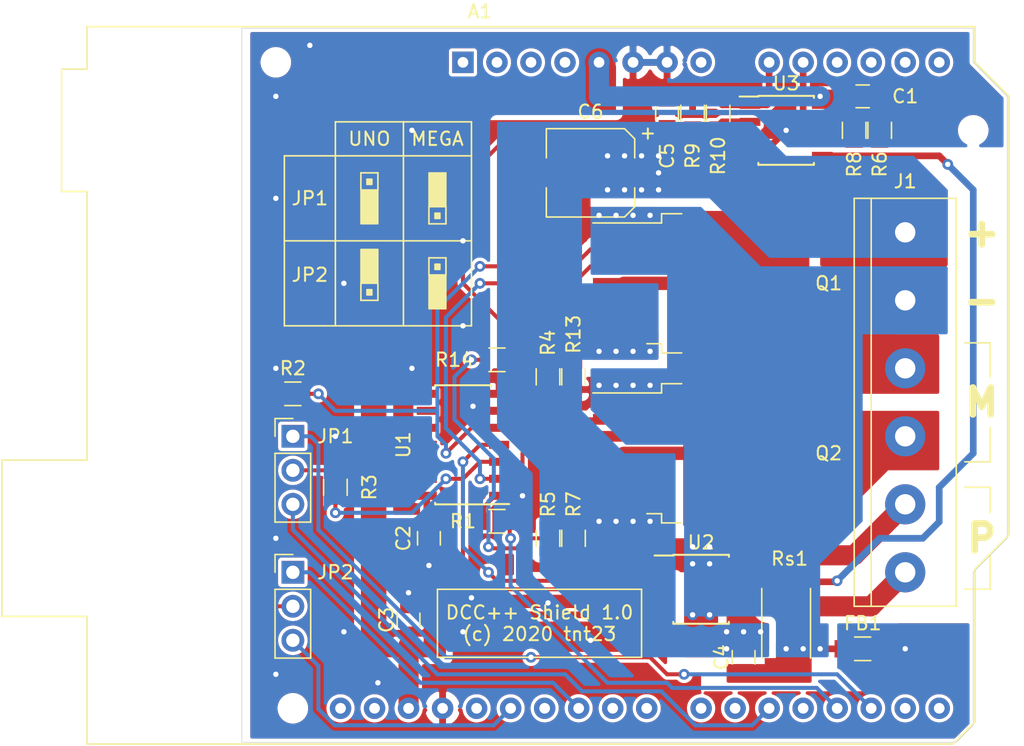
<source format=kicad_pcb>
(kicad_pcb (version 20171130) (host pcbnew "(5.1.5)-2")
  (layers (0 F.Cu signal) (31 B.Cu signal) (34 B.Paste user) (35 F.Paste user) (36 B.SilkS user) (37 F.SilkS user) (38 B.Mask user) (39 F.Mask user) (44 Edge.Cuts user))
  (net 0 "")
  (net 1 "Net-(A1-Pad16)")
  (net 2 "Net-(A1-Pad15)")
  (net 3 "Net-(A1-Pad14)")
  (net 4 "Net-(A1-Pad13)")
  (net 5 "Net-(A1-Pad28)")
  (net 6 "Net-(A1-Pad12)")
  (net 7 "Net-(A1-Pad27)")
  (net 8 "Net-(A1-Pad11)")
  (net 9 "Net-(A1-Pad26)")
  (net 10 "Net-(A1-Pad24)")
  (net 11 "Net-(A1-Pad8)")
  (net 12 "Net-(A1-Pad23)")
  (net 13 "Net-(A1-Pad22)")
  (net 14 "Net-(A1-Pad21)")
  (net 15 "Net-(A1-Pad4)")
  (net 16 "Net-(A1-Pad19)")
  (net 17 "Net-(A1-Pad3)")
  (net 18 "Net-(A1-Pad2)")
  (net 19 "Net-(A1-Pad17)")
  (net 20 "Net-(A1-Pad1)")
  (net 21 "Net-(A1-Pad31)")
  (net 22 "Net-(A1-Pad32)")
  (net 23 "Net-(Q1-Pad3)")
  (net 24 "Net-(Q1-Pad5)")
  (net 25 "Net-(Q2-Pad2)")
  (net 26 "Net-(Q2-Pad5)")
  (net 27 "Net-(Q2-Pad6)")
  (net 28 GND)
  (net 29 MAIN1)
  (net 30 VCC)
  (net 31 MAIN2)
  (net 32 PROG1)
  (net 33 PROG2)
  (net 34 +5V)
  (net 35 "Net-(R1-Pad1)")
  (net 36 /ENABLE_MAIN)
  (net 37 /DCC_SIGNAL_MAIN)
  (net 38 "Net-(R3-Pad1)")
  (net 39 /DCC_SIGNAL_PROG)
  (net 40 "Net-(R6-Pad2)")
  (net 41 "Net-(Rs1-Pad1)")
  (net 42 "Net-(U1-Pad4)")
  (net 43 /A1)
  (net 44 /A0)
  (net 45 "Net-(R10-Pad2)")
  (net 46 "Net-(C5-Pad1)")
  (net 47 "Net-(A1-Pad25)")
  (net 48 "Net-(A1-Pad20)")
  (net 49 "Net-(Q1-Pad2)")
  (module Inductors_SMD:L_0805_HandSoldering (layer F.Cu) (at 182.245 122.555)
    (fp_text reference FB1 (at 0 -1.905) (layer F.SilkS))
    (fp_text value Ferrite_Bead_Small)
    (pad 1 smd rect (at -1.35 0) (size 1.5 1.3) (layers F.Cu F.Paste F.Mask) (net 28 GND))
    (pad 2 smd rect (at 1.35 0) (size 1.5 1.3) (layers F.Cu F.Paste F.Mask) (net 28 GND))
  )
  (module Modules:Arduino_UNO_R3_WithMountingHoles (layer F.Cu) (at 152.4 78.74)
    (fp_text reference A1 (at 1.27 -3.81 180) (layer F.SilkS))
    (fp_text value Arduino_UNO_R3)
    (pad "" np_thru_hole circle (at 38.1 5.08 90) (size 1.78 1.78) (drill 1.78) (layers *.Cu *.Mask))
    (pad "" np_thru_hole circle (at 38.1 33.02 90) (size 1.78 1.78) (drill 1.78) (layers *.Cu *.Mask))
    (pad "" np_thru_hole circle (at -12.7 48.26 90) (size 1.78 1.78) (drill 1.78) (layers *.Cu *.Mask))
    (pad "" np_thru_hole circle (at -13.97 0 90) (size 1.78 1.78) (drill 1.78) (layers *.Cu *.Mask))
    (pad 16 thru_hole oval (at 33.02 48.26 90) (size 1.6 1.6) (drill 0.8) (layers *.Cu *.Mask) (net 1 "Net-(A1-Pad16)"))
    (pad 15 thru_hole oval (at 35.56 48.26 90) (size 1.6 1.6) (drill 0.8) (layers *.Cu *.Mask) (net 2 "Net-(A1-Pad15)"))
    (pad 30 thru_hole oval (at -4.06 48.26 90) (size 1.6 1.6) (drill 0.8) (layers *.Cu *.Mask) (net 34 +5V))
    (pad 14 thru_hole oval (at 35.56 0 90) (size 1.6 1.6) (drill 0.8) (layers *.Cu *.Mask) (net 3 "Net-(A1-Pad14)"))
    (pad 29 thru_hole oval (at -1.52 48.26 90) (size 1.6 1.6) (drill 0.8) (layers *.Cu *.Mask) (net 28 GND))
    (pad 13 thru_hole oval (at 33.02 0 90) (size 1.6 1.6) (drill 0.8) (layers *.Cu *.Mask) (net 4 "Net-(A1-Pad13)"))
    (pad 28 thru_hole oval (at 1.02 48.26 90) (size 1.6 1.6) (drill 0.8) (layers *.Cu *.Mask) (net 5 "Net-(A1-Pad28)"))
    (pad 12 thru_hole oval (at 30.48 0 90) (size 1.6 1.6) (drill 0.8) (layers *.Cu *.Mask) (net 6 "Net-(A1-Pad12)"))
    (pad 27 thru_hole oval (at 3.56 48.26 90) (size 1.6 1.6) (drill 0.8) (layers *.Cu *.Mask) (net 7 "Net-(A1-Pad27)"))
    (pad 11 thru_hole oval (at 27.94 0 90) (size 1.6 1.6) (drill 0.8) (layers *.Cu *.Mask) (net 8 "Net-(A1-Pad11)"))
    (pad 26 thru_hole oval (at 6.1 48.26 90) (size 1.6 1.6) (drill 0.8) (layers *.Cu *.Mask) (net 9 "Net-(A1-Pad26)"))
    (pad 10 thru_hole oval (at 25.4 0 90) (size 1.6 1.6) (drill 0.8) (layers *.Cu *.Mask) (net 43 /A1))
    (pad 25 thru_hole oval (at 8.64 48.26 90) (size 1.6 1.6) (drill 0.8) (layers *.Cu *.Mask) (net 47 "Net-(A1-Pad25)"))
    (pad 9 thru_hole oval (at 22.86 0 90) (size 1.6 1.6) (drill 0.8) (layers *.Cu *.Mask) (net 44 /A0))
    (pad 24 thru_hole oval (at 11.18 48.26 90) (size 1.6 1.6) (drill 0.8) (layers *.Cu *.Mask) (net 10 "Net-(A1-Pad24)"))
    (pad 8 thru_hole oval (at 17.78 0 90) (size 1.6 1.6) (drill 0.8) (layers *.Cu *.Mask) (net 11 "Net-(A1-Pad8)"))
    (pad 23 thru_hole oval (at 13.72 48.26 90) (size 1.6 1.6) (drill 0.8) (layers *.Cu *.Mask) (net 12 "Net-(A1-Pad23)"))
    (pad 7 thru_hole oval (at 15.24 0 90) (size 1.6 1.6) (drill 0.8) (layers *.Cu *.Mask) (net 28 GND))
    (pad 22 thru_hole oval (at 17.78 48.26 90) (size 1.6 1.6) (drill 0.8) (layers *.Cu *.Mask) (net 13 "Net-(A1-Pad22)"))
    (pad 6 thru_hole oval (at 12.7 0 90) (size 1.6 1.6) (drill 0.8) (layers *.Cu *.Mask) (net 28 GND))
    (pad 21 thru_hole oval (at 20.32 48.26 90) (size 1.6 1.6) (drill 0.8) (layers *.Cu *.Mask) (net 14 "Net-(A1-Pad21)"))
    (pad 5 thru_hole oval (at 10.16 0 90) (size 1.6 1.6) (drill 0.8) (layers *.Cu *.Mask) (net 34 +5V))
    (pad 20 thru_hole oval (at 22.86 48.26 90) (size 1.6 1.6) (drill 0.8) (layers *.Cu *.Mask) (net 48 "Net-(A1-Pad20)"))
    (pad 4 thru_hole oval (at 7.62 0 90) (size 1.6 1.6) (drill 0.8) (layers *.Cu *.Mask) (net 15 "Net-(A1-Pad4)"))
    (pad 19 thru_hole oval (at 25.4 48.26 90) (size 1.6 1.6) (drill 0.8) (layers *.Cu *.Mask) (net 16 "Net-(A1-Pad19)"))
    (pad 3 thru_hole oval (at 5.08 0 90) (size 1.6 1.6) (drill 0.8) (layers *.Cu *.Mask) (net 17 "Net-(A1-Pad3)"))
    (pad 18 thru_hole oval (at 27.94 48.26 90) (size 1.6 1.6) (drill 0.8) (layers *.Cu *.Mask) (net 36 /ENABLE_MAIN))
    (pad 2 thru_hole oval (at 2.54 0 90) (size 1.6 1.6) (drill 0.8) (layers *.Cu *.Mask) (net 18 "Net-(A1-Pad2)"))
    (pad 17 thru_hole oval (at 30.48 48.26 90) (size 1.6 1.6) (drill 0.8) (layers *.Cu *.Mask) (net 19 "Net-(A1-Pad17)"))
    (pad 1 thru_hole rect (at 0 0 90) (size 1.6 1.6) (drill 0.8) (layers *.Cu *.Mask) (net 20 "Net-(A1-Pad1)"))
    (pad 31 thru_hole oval (at -6.6 48.26 90) (size 1.6 1.6) (drill 0.8) (layers *.Cu *.Mask) (net 21 "Net-(A1-Pad31)"))
    (pad 32 thru_hole oval (at -9.14 48.26 90) (size 1.6 1.6) (drill 0.8) (layers *.Cu *.Mask) (net 22 "Net-(A1-Pad32)"))
  )
  (module Capacitors_SMD:CP_Elec_6.3x5.3 (layer F.Cu) (at 161.925 86.995 180)
    (fp_text reference C6 (at 0 4.56) (layer F.SilkS))
    (fp_text value "100uF 50V")
    (fp_text user + (at -4.28 3.01) (layer F.SilkS))
    (pad 1 smd rect (at -2.7 0) (size 3.5 1.6) (layers F.Cu F.Paste F.Mask) (net 30 VCC))
    (pad 2 smd rect (at 2.7 0) (size 3.5 1.6) (layers F.Cu F.Paste F.Mask) (net 28 GND))
  )
  (module Resistors_SMD:R_0805 (layer F.Cu) (at 154.94 100.965 180)
    (fp_text reference R14 (at 3.175 0) (layer F.SilkS))
    (fp_text value DNF)
    (pad 1 smd rect (at -0.95 0 180) (size 0.7 1.3) (layers F.Cu F.Paste F.Mask) (net 46 "Net-(C5-Pad1)"))
    (pad 2 smd rect (at 0.95 0 180) (size 0.7 1.3) (layers F.Cu F.Paste F.Mask) (net 27 "Net-(Q2-Pad6)"))
  )
  (module Resistors_SMD:R_0805 (layer F.Cu) (at 160.655 102.235 90)
    (fp_text reference R13 (at 3.175 0 90) (layer F.SilkS))
    (fp_text value TBD)
    (pad 1 smd rect (at -0.95 0 90) (size 0.7 1.3) (layers F.Cu F.Paste F.Mask) (net 28 GND))
    (pad 2 smd rect (at 0.95 0 90) (size 0.7 1.3) (layers F.Cu F.Paste F.Mask) (net 46 "Net-(C5-Pad1)"))
  )
  (module Capacitors_SMD:C_0805 (layer F.Cu) (at 167.64 82.55 90)
    (fp_text reference C5 (at -3.175 0 90) (layer F.SilkS))
    (fp_text value DNF)
    (pad 1 smd rect (at -1 0 90) (size 1 1.25) (layers F.Cu F.Paste F.Mask) (net 46 "Net-(C5-Pad1)"))
    (pad 2 smd rect (at 1 0 90) (size 1 1.25) (layers F.Cu F.Paste F.Mask) (net 28 GND))
  )
  (module Capacitors_SMD:C_0805 (layer F.Cu) (at 173.355 123.19 270)
    (fp_text reference C4 (at 0 1.651 90) (layer F.SilkS))
    (fp_text value 100nF)
    (pad 1 smd rect (at -1 0 270) (size 1 1.25) (layers F.Cu F.Paste F.Mask) (net 30 VCC))
    (pad 2 smd rect (at 1 0 270) (size 1 1.25) (layers F.Cu F.Paste F.Mask) (net 28 GND))
  )
  (module Capacitors_SMD:C_0805 (layer F.Cu) (at 148.336 120.396 90)
    (fp_text reference C3 (at 0 -1.651 90) (layer F.SilkS))
    (fp_text value 100nF)
    (pad 1 smd rect (at -1 0 90) (size 1 1.25) (layers F.Cu F.Paste F.Mask) (net 34 +5V))
    (pad 2 smd rect (at 1 0 90) (size 1 1.25) (layers F.Cu F.Paste F.Mask) (net 28 GND))
  )
  (module Capacitors_SMD:C_0805 (layer F.Cu) (at 149.86 114.3 270)
    (fp_text reference C2 (at 0 1.905 90) (layer F.SilkS))
    (fp_text value 100nF)
    (pad 1 smd rect (at -1 0 270) (size 1 1.25) (layers F.Cu F.Paste F.Mask) (net 34 +5V))
    (pad 2 smd rect (at 1 0 270) (size 1 1.25) (layers F.Cu F.Paste F.Mask) (net 28 GND))
  )
  (module Capacitors_SMD:C_0805 (layer F.Cu) (at 182.245 81.28)
    (fp_text reference C1 (at 3.175 0) (layer F.SilkS))
    (fp_text value 100nF)
    (pad 1 smd rect (at -1 0) (size 1 1.25) (layers F.Cu F.Paste F.Mask) (net 34 +5V))
    (pad 2 smd rect (at 1 0) (size 1 1.25) (layers F.Cu F.Paste F.Mask) (net 28 GND))
  )
  (module Resistors_SMD:R_0805 (layer F.Cu) (at 171.45 82.55 270)
    (fp_text reference R10 (at 3.175 0 90) (layer F.SilkS))
    (fp_text value 10K)
    (pad 1 smd rect (at -0.95 0 270) (size 0.7 1.3) (layers F.Cu F.Paste F.Mask) (net 44 /A0))
    (pad 2 smd rect (at 0.95 0 270) (size 0.7 1.3) (layers F.Cu F.Paste F.Mask) (net 45 "Net-(R10-Pad2)"))
  )
  (module Resistors_SMD:R_0805 (layer F.Cu) (at 169.545 82.55 270)
    (fp_text reference R9 (at 3.175 0 90) (layer F.SilkS))
    (fp_text value 1K)
    (pad 1 smd rect (at -0.95 0 270) (size 0.7 1.3) (layers F.Cu F.Paste F.Mask) (net 28 GND))
    (pad 2 smd rect (at 0.95 0 270) (size 0.7 1.3) (layers F.Cu F.Paste F.Mask) (net 45 "Net-(R10-Pad2)"))
  )
  (module Housings_SOIC:SOIC-8_3.9x4.9mm_Pitch1.27mm (layer F.Cu) (at 176.53 83.82)
    (fp_text reference U3 (at 0 -3.5) (layer F.SilkS))
    (fp_text value LM358)
    (pad 1 smd rect (at -2.7 -1.905) (size 1.55 0.6) (layers F.Cu F.Paste F.Mask) (net 44 /A0))
    (pad 2 smd rect (at -2.7 -0.635) (size 1.55 0.6) (layers F.Cu F.Paste F.Mask) (net 45 "Net-(R10-Pad2)"))
    (pad 3 smd rect (at -2.7 0.635) (size 1.55 0.6) (layers F.Cu F.Paste F.Mask) (net 46 "Net-(C5-Pad1)"))
    (pad 4 smd rect (at -2.7 1.905) (size 1.55 0.6) (layers F.Cu F.Paste F.Mask) (net 28 GND))
    (pad 5 smd rect (at 2.7 1.905) (size 1.55 0.6) (layers F.Cu F.Paste F.Mask) (net 41 "Net-(Rs1-Pad1)"))
    (pad 6 smd rect (at 2.7 0.635) (size 1.55 0.6) (layers F.Cu F.Paste F.Mask) (net 40 "Net-(R6-Pad2)"))
    (pad 7 smd rect (at 2.7 -0.635) (size 1.55 0.6) (layers F.Cu F.Paste F.Mask) (net 43 /A1))
    (pad 8 smd rect (at 2.7 -1.905) (size 1.55 0.6) (layers F.Cu F.Paste F.Mask) (net 34 +5V))
  )
  (module Resistors_SMD:R_2512 (layer F.Cu) (at 176.53 120.65 270)
    (fp_text reference Rs1 (at -4.826 -0.254 180) (layer F.SilkS))
    (fp_text value "0R25 1% 1W")
    (pad 1 smd rect (at -3.1 0 270) (size 1 3.2) (layers F.Cu F.Paste F.Mask) (net 41 "Net-(Rs1-Pad1)"))
    (pad 2 smd rect (at 3.1 0 270) (size 1 3.2) (layers F.Cu F.Paste F.Mask) (net 28 GND))
  )
  (module Resistors_SMD:R_0805 (layer F.Cu) (at 181.61 83.82 270)
    (fp_text reference R8 (at 2.54 0 90) (layer F.SilkS))
    (fp_text value 10K)
    (pad 1 smd rect (at -0.95 0 270) (size 0.7 1.3) (layers F.Cu F.Paste F.Mask) (net 43 /A1))
    (pad 2 smd rect (at 0.95 0 270) (size 0.7 1.3) (layers F.Cu F.Paste F.Mask) (net 40 "Net-(R6-Pad2)"))
  )
  (module Resistors_SMD:R_0805 (layer F.Cu) (at 160.655 114.3 90)
    (fp_text reference R7 (at 2.54 0 90) (layer F.SilkS))
    (fp_text value TBD)
    (pad 1 smd rect (at -0.95 0 90) (size 0.7 1.3) (layers F.Cu F.Paste F.Mask) (net 28 GND))
    (pad 2 smd rect (at 0.95 0 90) (size 0.7 1.3) (layers F.Cu F.Paste F.Mask) (net 27 "Net-(Q2-Pad6)"))
  )
  (module Resistors_SMD:R_0805 (layer F.Cu) (at 183.515 83.82 270)
    (fp_text reference R6 (at 2.54 0 90) (layer F.SilkS))
    (fp_text value 1K)
    (pad 1 smd rect (at -0.95 0 270) (size 0.7 1.3) (layers F.Cu F.Paste F.Mask) (net 28 GND))
    (pad 2 smd rect (at 0.95 0 270) (size 0.7 1.3) (layers F.Cu F.Paste F.Mask) (net 40 "Net-(R6-Pad2)"))
  )
  (module Resistors_SMD:R_0805 (layer F.Cu) (at 158.75 114.3 90)
    (fp_text reference R5 (at 2.54 0 90) (layer F.SilkS))
    (fp_text value 1K)
    (pad 1 smd rect (at -0.95 0 90) (size 0.7 1.3) (layers F.Cu F.Paste F.Mask) (net 28 GND))
    (pad 2 smd rect (at 0.95 0 90) (size 0.7 1.3) (layers F.Cu F.Paste F.Mask) (net 26 "Net-(Q2-Pad5)"))
  )
  (module Resistors_SMD:R_0805 (layer F.Cu) (at 158.75 102.235 90)
    (fp_text reference R4 (at 2.54 0 90) (layer F.SilkS))
    (fp_text value 1K)
    (pad 1 smd rect (at -0.95 0 90) (size 0.7 1.3) (layers F.Cu F.Paste F.Mask) (net 28 GND))
    (pad 2 smd rect (at 0.95 0 90) (size 0.7 1.3) (layers F.Cu F.Paste F.Mask) (net 24 "Net-(Q1-Pad5)"))
  )
  (module Resistors_SMD:R_0805 (layer F.Cu) (at 142.875 110.49 90)
    (fp_text reference R3 (at 0 2.54 270) (layer F.SilkS))
    (fp_text value 10K)
    (pad 1 smd rect (at -0.95 0 90) (size 0.7 1.3) (layers F.Cu F.Paste F.Mask) (net 38 "Net-(R3-Pad1)"))
    (pad 2 smd rect (at 0.95 0 90) (size 0.7 1.3) (layers F.Cu F.Paste F.Mask) (net 39 /DCC_SIGNAL_PROG))
  )
  (module Resistors_SMD:R_0805 (layer F.Cu) (at 139.7 103.505)
    (fp_text reference R2 (at 0 -1.905) (layer F.SilkS))
    (fp_text value 10K)
    (pad 1 smd rect (at -0.95 0) (size 0.7 1.3) (layers F.Cu F.Paste F.Mask) (net 37 /DCC_SIGNAL_MAIN))
    (pad 2 smd rect (at 0.95 0) (size 0.7 1.3) (layers F.Cu F.Paste F.Mask) (net 49 "Net-(Q1-Pad2)"))
  )
  (module Resistors_SMD:R_0805 (layer F.Cu) (at 154.94 113.03)
    (fp_text reference R1 (at -2.54 0) (layer F.SilkS))
    (fp_text value 10K)
    (pad 1 smd rect (at -0.95 0) (size 0.7 1.3) (layers F.Cu F.Paste F.Mask) (net 35 "Net-(R1-Pad1)"))
    (pad 2 smd rect (at 0.95 0) (size 0.7 1.3) (layers F.Cu F.Paste F.Mask) (net 36 /ENABLE_MAIN))
  )
  (module Connectors_Terminal_Blocks:TerminalBlock_bornier-6_P5.08mm (layer F.Cu) (at 185.42 91.44 270)
    (fp_text reference J1 (at -3.81 0 180) (layer F.SilkS))
    (fp_text value Conn_01x06)
    (pad 2 thru_hole circle (at 5.08 0 270) (size 3 3) (drill 1.52) (layers *.Cu *.Mask) (net 28 GND))
    (pad 3 thru_hole circle (at 10.16 0 270) (size 3 3) (drill 1.52) (layers *.Cu *.Mask) (net 29 MAIN1))
    (pad 1 thru_hole rect (at 0 0 270) (size 3 3) (drill 1.52) (layers *.Cu *.Mask) (net 30 VCC))
    (pad 4 thru_hole circle (at 15.24 0 270) (size 3 3) (drill 1.52) (layers *.Cu *.Mask) (net 31 MAIN2))
    (pad 5 thru_hole circle (at 20.32 0 270) (size 3 3) (drill 1.52) (layers *.Cu *.Mask) (net 32 PROG1))
    (pad 6 thru_hole circle (at 25.4 0 270) (size 3 3) (drill 1.52) (layers *.Cu *.Mask) (net 33 PROG2))
  )
  (module Housings_SOIC:SOIC-8-1EP_3.9x4.9mm_Pitch1.27mm (layer F.Cu) (at 170.18 118.11)
    (fp_text reference U2 (at 0 -3.5) (layer F.SilkS))
    (fp_text value A4953_LJ)
    (pad 1 smd rect (at -2.7 -1.905) (size 1.55 0.6) (layers F.Cu F.Paste F.Mask) (net 28 GND))
    (pad 2 smd rect (at -2.7 -0.635) (size 1.55 0.6) (layers F.Cu F.Paste F.Mask) (net 42 "Net-(U1-Pad4)"))
    (pad 3 smd rect (at -2.7 0.635) (size 1.55 0.6) (layers F.Cu F.Paste F.Mask) (net 38 "Net-(R3-Pad1)"))
    (pad 4 smd rect (at -2.7 1.905) (size 1.55 0.6) (layers F.Cu F.Paste F.Mask) (net 34 +5V))
    (pad 5 smd rect (at 2.7 1.905) (size 1.55 0.6) (layers F.Cu F.Paste F.Mask) (net 30 VCC))
    (pad 6 smd rect (at 2.7 0.635) (size 1.55 0.6) (layers F.Cu F.Paste F.Mask) (net 33 PROG2))
    (pad 7 smd rect (at 2.7 -0.635) (size 1.55 0.6) (layers F.Cu F.Paste F.Mask) (net 41 "Net-(Rs1-Pad1)"))
    (pad 8 smd rect (at 2.7 -1.905) (size 1.55 0.6) (layers F.Cu F.Paste F.Mask) (net 32 PROG1))
    (pad 9 smd rect (at 0.5875 0.5875) (size 1.175 1.175) (layers F.Cu F.Paste F.Mask) (net 28 GND))
    (pad 9 smd rect (at 0.5875 -0.5875) (size 1.175 1.175) (layers F.Cu F.Paste F.Mask) (net 28 GND))
    (pad 9 smd rect (at -0.5875 0.5875) (size 1.175 1.175) (layers F.Cu F.Paste F.Mask) (net 28 GND))
    (pad 9 smd rect (at -0.5875 -0.5875) (size 1.175 1.175) (layers F.Cu F.Paste F.Mask) (net 28 GND))
  )
  (module Housings_SOIC:SOIC-14_3.9x8.7mm_Pitch1.27mm (layer F.Cu) (at 152.4 107.315 180)
    (fp_text reference U1 (at 4.445 0 90) (layer F.SilkS))
    (fp_text value 74HC04)
    (pad 1 smd rect (at -2.7 -3.81 180) (size 1.5 0.6) (layers F.Cu F.Paste F.Mask) (net 35 "Net-(R1-Pad1)"))
    (pad 2 smd rect (at -2.7 -2.54 180) (size 1.5 0.6) (layers F.Cu F.Paste F.Mask) (net 23 "Net-(Q1-Pad3)"))
    (pad 3 smd rect (at -2.7 -1.27 180) (size 1.5 0.6) (layers F.Cu F.Paste F.Mask) (net 38 "Net-(R3-Pad1)"))
    (pad 4 smd rect (at -2.7 0 180) (size 1.5 0.6) (layers F.Cu F.Paste F.Mask) (net 42 "Net-(U1-Pad4)"))
    (pad 5 smd rect (at -2.7 1.27 180) (size 1.5 0.6) (layers F.Cu F.Paste F.Mask) (net 49 "Net-(Q1-Pad2)"))
    (pad 6 smd rect (at -2.7 2.54 180) (size 1.5 0.6) (layers F.Cu F.Paste F.Mask) (net 25 "Net-(Q2-Pad2)"))
    (pad 7 smd rect (at -2.7 3.81 180) (size 1.5 0.6) (layers F.Cu F.Paste F.Mask) (net 28 GND))
    (pad 8 smd rect (at 2.7 3.81 180) (size 1.5 0.6) (layers F.Cu F.Paste F.Mask))
    (pad 9 smd rect (at 2.7 2.54 180) (size 1.5 0.6) (layers F.Cu F.Paste F.Mask))
    (pad 10 smd rect (at 2.7 1.27 180) (size 1.5 0.6) (layers F.Cu F.Paste F.Mask))
    (pad 11 smd rect (at 2.7 0 180) (size 1.5 0.6) (layers F.Cu F.Paste F.Mask))
    (pad 12 smd rect (at 2.7 -1.27 180) (size 1.5 0.6) (layers F.Cu F.Paste F.Mask))
    (pad 13 smd rect (at 2.7 -2.54 180) (size 1.5 0.6) (layers F.Cu F.Paste F.Mask))
    (pad 14 smd rect (at 2.7 -3.81 180) (size 1.5 0.6) (layers F.Cu F.Paste F.Mask) (net 34 +5V))
  )
  (module TO_SOT_Packages_SMD:TO-263-7_TabPin8 (layer F.Cu) (at 170.18 107.95)
    (fp_text reference Q2 (at 9.525 0) (layer F.SilkS))
    (fp_text value BTN8982TA)
    (pad 1 smd rect (at -5.775 -3.81) (size 4.6 0.8) (layers F.Cu F.Paste F.Mask) (net 28 GND))
    (pad 2 smd rect (at -5.775 -2.54) (size 4.6 0.8) (layers F.Cu F.Paste F.Mask) (net 25 "Net-(Q2-Pad2)"))
    (pad 3 smd rect (at -5.775 -1.27) (size 4.6 0.8) (layers F.Cu F.Paste F.Mask) (net 23 "Net-(Q1-Pad3)"))
    (pad 4 smd rect (at -5.775 0) (size 4.6 0.8) (layers F.Cu F.Paste F.Mask) (net 31 MAIN2))
    (pad 5 smd rect (at -5.775 1.27) (size 4.6 0.8) (layers F.Cu F.Paste F.Mask) (net 26 "Net-(Q2-Pad5)"))
    (pad 6 smd rect (at -5.775 2.54) (size 4.6 0.8) (layers F.Cu F.Paste F.Mask) (net 27 "Net-(Q2-Pad6)"))
    (pad 7 smd rect (at -5.775 3.81) (size 4.6 0.8) (layers F.Cu F.Paste F.Mask) (net 30 VCC))
    (pad 8 smd rect (at 3.375 0) (size 9.4 10.8) (layers F.Cu F.Mask) (net 31 MAIN2))
    (pad 8 smd rect (at 5.8 2.775) (size 4.55 5.25) (layers F.Cu F.Paste) (net 31 MAIN2))
    (pad 8 smd rect (at 0.95 -2.775) (size 4.55 5.25) (layers F.Cu F.Paste) (net 31 MAIN2))
    (pad 8 smd rect (at 5.8 -2.775) (size 4.55 5.25) (layers F.Cu F.Paste) (net 31 MAIN2))
    (pad 8 smd rect (at 0.95 2.775) (size 4.55 5.25) (layers F.Cu F.Paste) (net 31 MAIN2))
  )
  (module TO_SOT_Packages_SMD:TO-263-7_TabPin8 (layer F.Cu) (at 170.18 95.25)
    (fp_text reference Q1 (at 9.525 0) (layer F.SilkS))
    (fp_text value BTN8982TA)
    (pad 1 smd rect (at -5.775 -3.81) (size 4.6 0.8) (layers F.Cu F.Paste F.Mask) (net 28 GND))
    (pad 2 smd rect (at -5.775 -2.54) (size 4.6 0.8) (layers F.Cu F.Paste F.Mask) (net 49 "Net-(Q1-Pad2)"))
    (pad 3 smd rect (at -5.775 -1.27) (size 4.6 0.8) (layers F.Cu F.Paste F.Mask) (net 23 "Net-(Q1-Pad3)"))
    (pad 4 smd rect (at -5.775 0) (size 4.6 0.8) (layers F.Cu F.Paste F.Mask) (net 29 MAIN1))
    (pad 5 smd rect (at -5.775 1.27) (size 4.6 0.8) (layers F.Cu F.Paste F.Mask) (net 24 "Net-(Q1-Pad5)"))
    (pad 6 smd rect (at -5.775 2.54) (size 4.6 0.8) (layers F.Cu F.Paste F.Mask) (net 46 "Net-(C5-Pad1)"))
    (pad 7 smd rect (at -5.775 3.81) (size 4.6 0.8) (layers F.Cu F.Paste F.Mask) (net 30 VCC))
    (pad 8 smd rect (at 3.375 0) (size 9.4 10.8) (layers F.Cu F.Mask) (net 29 MAIN1))
    (pad 8 smd rect (at 5.8 2.775) (size 4.55 5.25) (layers F.Cu F.Paste) (net 29 MAIN1))
    (pad 8 smd rect (at 0.95 -2.775) (size 4.55 5.25) (layers F.Cu F.Paste) (net 29 MAIN1))
    (pad 8 smd rect (at 5.8 -2.775) (size 4.55 5.25) (layers F.Cu F.Paste) (net 29 MAIN1))
    (pad 8 smd rect (at 0.95 2.775) (size 4.55 5.25) (layers F.Cu F.Paste) (net 29 MAIN1))
  )
  (module Pin_Headers:Pin_Header_Straight_1x03_Pitch2.54mm (layer F.Cu) (at 139.7 106.68)
    (fp_text reference JP1 (at 3.175 0) (layer F.SilkS))
    (fp_text value "MAIN UNO/MEGA")
    (pad 3 thru_hole oval (at 0 5.08) (size 1.7 1.7) (drill 1) (layers *.Cu *.Mask) (net 48 "Net-(A1-Pad20)"))
    (pad 2 thru_hole oval (at 0 2.54) (size 1.7 1.7) (drill 1) (layers *.Cu *.Mask) (net 39 /DCC_SIGNAL_PROG))
    (pad 1 thru_hole rect (at 0 0) (size 1.7 1.7) (drill 1) (layers *.Cu *.Mask) (net 19 "Net-(A1-Pad17)"))
  )
  (module Pin_Headers:Pin_Header_Straight_1x03_Pitch2.54mm (layer F.Cu) (at 139.7 116.84)
    (fp_text reference JP2 (at 3.175 0) (layer F.SilkS))
    (fp_text value "MAIN UNO/MEGA")
    (pad 1 thru_hole rect (at 0 0) (size 1.7 1.7) (drill 1) (layers *.Cu *.Mask) (net 47 "Net-(A1-Pad25)"))
    (pad 2 thru_hole oval (at 0 2.54) (size 1.7 1.7) (drill 1) (layers *.Cu *.Mask) (net 37 /DCC_SIGNAL_MAIN))
    (pad 3 thru_hole oval (at 0 5.08) (size 1.7 1.7) (drill 1) (layers *.Cu *.Mask) (net 7 "Net-(A1-Pad27)"))
  )
  (gr_line (start 150.495 123.19) (end 150.495 118.11) (layer F.SilkS) (width 0.12))
  (gr_line (start 165.735 123.19) (end 150.495 123.19) (layer F.SilkS) (width 0.12))
  (gr_line (start 165.735 118.11) (end 165.735 123.19) (layer F.SilkS) (width 0.12))
  (gr_line (start 150.495 118.11) (end 165.735 118.11) (layer F.SilkS) (width 0.12))
  (gr_text "DCC++ Shield 1.0\n(c) 2020 tnt23" (at 158.115 120.65) (layer F.SilkS) (effects (font (size 1 1))))
  (gr_line (start 191.77 118.11) (end 191.77 115.57) (layer F.SilkS) (width 0.12))
  (gr_line (start 189.865 118.11) (end 191.77 118.11) (layer F.SilkS) (width 0.12))
  (gr_line (start 191.77 110.49) (end 191.77 112.395) (layer F.SilkS) (width 0.12))
  (gr_line (start 189.865 110.49) (end 191.77 110.49) (layer F.SilkS) (width 0.12))
  (gr_text P (at 191.135 114.3) (layer F.SilkS) (effects (font (size 2 2) (thickness 0.5))))
  (gr_line (start 191.77 108.585) (end 189.865 108.585) (layer F.SilkS) (width 0.12))
  (gr_line (start 191.77 106.045) (end 191.77 108.585) (layer F.SilkS) (width 0.12))
  (gr_line (start 191.77 99.695) (end 189.865 99.695) (layer F.SilkS) (width 0.12))
  (gr_line (start 191.77 102.235) (end 191.77 99.695) (layer F.SilkS) (width 0.12))
  (gr_text M (at 191.135 104.14) (layer F.SilkS) (effects (font (size 2 2) (thickness 0.5))))
  (gr_text - (at 191.135 96.52) (layer F.SilkS) (effects (font (size 2 2) (thickness 0.5))))
  (gr_text + (at 191.135 91.44) (layer F.SilkS) (effects (font (size 2 2) (thickness 0.5))))
  (gr_line (start 139.065 85.725) (end 139.065 98.425) (layer F.SilkS) (width 0.12))
  (gr_line (start 139.065 92.075) (end 153.035 92.075) (layer F.SilkS) (width 0.12))
  (gr_line (start 147.955 83.185) (end 147.955 98.425) (layer F.SilkS) (width 0.12))
  (gr_line (start 139.065 85.725) (end 153.035 85.725) (layer F.SilkS) (width 0.12))
  (gr_line (start 142.875 98.425) (end 142.875 83.185) (layer F.SilkS) (width 0.12))
  (gr_line (start 153.035 98.425) (end 139.065 98.425) (layer F.SilkS) (width 0.12))
  (gr_line (start 153.035 83.185) (end 153.035 98.425) (layer F.SilkS) (width 0.12))
  (gr_line (start 142.875 83.185) (end 153.035 83.185) (layer F.SilkS) (width 0.12))
  (gr_line (start 149.86 90.805) (end 151.13 90.805) (layer F.SilkS) (width 0.12))
  (gr_line (start 151.13 90.805) (end 151.13 89.535) (layer F.SilkS) (width 0.12))
  (gr_line (start 149.86 89.535) (end 149.86 90.805) (layer F.SilkS) (width 0.12))
  (gr_poly (pts (xy 151.13 89.535) (xy 149.86 89.535) (xy 149.86 86.995) (xy 151.13 86.995)) (layer F.SilkS) (width 0.1))
  (gr_text ■ (at 150.495 90.17) (layer F.SilkS) (effects (font (size 0.5 0.5) (thickness 0.1))))
  (gr_poly (pts (xy 149.86 94.615) (xy 151.13 94.615) (xy 151.13 97.155) (xy 149.86 97.155)) (layer F.SilkS) (width 0.1))
  (gr_line (start 149.86 93.345) (end 149.86 94.615) (layer F.SilkS) (width 0.12))
  (gr_text ■ (at 150.495 93.98) (layer F.SilkS) (effects (font (size 0.5 0.5) (thickness 0.1))))
  (gr_line (start 151.13 93.345) (end 149.86 93.345) (layer F.SilkS) (width 0.12))
  (gr_line (start 151.13 94.615) (end 151.13 93.345) (layer F.SilkS) (width 0.12))
  (gr_text ■ (at 145.415 95.885) (layer F.SilkS) (effects (font (size 0.5 0.5) (thickness 0.1))))
  (gr_text ■ (at 145.415 87.63) (layer F.SilkS) (effects (font (size 0.5 0.5) (thickness 0.1))))
  (gr_poly (pts (xy 146.05 95.25) (xy 144.78 95.25) (xy 144.78 92.71) (xy 146.05 92.71)) (layer F.SilkS) (width 0.1))
  (gr_line (start 146.05 96.52) (end 146.05 95.25) (layer F.SilkS) (width 0.12))
  (gr_line (start 144.78 96.52) (end 146.05 96.52) (layer F.SilkS) (width 0.12))
  (gr_line (start 144.78 95.25) (end 144.78 96.52) (layer F.SilkS) (width 0.12))
  (gr_line (start 144.78 86.995) (end 144.78 88.265) (layer F.SilkS) (width 0.12))
  (gr_line (start 146.05 86.995) (end 144.78 86.995) (layer F.SilkS) (width 0.12))
  (gr_line (start 146.05 88.265) (end 146.05 86.995) (layer F.SilkS) (width 0.12))
  (gr_poly (pts (xy 144.78 88.265) (xy 146.05 88.265) (xy 146.05 90.805) (xy 144.78 90.805)) (layer F.SilkS) (width 0.1))
  (gr_text JP2 (at 140.97 94.615) (layer F.SilkS) (effects (font (size 1 1))))
  (gr_text JP1 (at 140.97 88.9) (layer F.SilkS) (effects (font (size 1 1))))
  (gr_text MEGA (at 150.495 84.455) (layer F.SilkS) (effects (font (size 1 1))))
  (gr_text UNO (at 145.415 84.455) (layer F.SilkS) (effects (font (size 1 1))))
  (gr_line (start 190.5 78.74) (end 190.5 76.2) (layer Edge.Cuts) (width 0.05))
  (gr_line (start 193.04 81.28) (end 190.5 78.74) (layer Edge.Cuts) (width 0.05))
  (gr_line (start 193.04 114.3) (end 193.04 81.28) (layer Edge.Cuts) (width 0.05))
  (gr_line (start 190.5 116.84) (end 193.04 114.3) (layer Edge.Cuts) (width 0.05))
  (gr_line (start 190.5 128.27) (end 190.5 116.84) (layer Edge.Cuts) (width 0.05))
  (gr_line (start 189.23 129.54) (end 190.5 128.27) (layer Edge.Cuts) (width 0.05))
  (gr_line (start 135.89 129.54) (end 189.23 129.54) (layer Edge.Cuts) (width 0.05))
  (gr_line (start 135.89 76.2) (end 135.89 129.54) (layer Edge.Cuts) (width 0.05))
  (gr_line (start 190.5 76.2) (end 135.89 76.2) (layer Edge.Cuts) (width 0.05))
  (segment (start 154.69 128.27) (end 142.827998 128.27) (width 0.3) (layer B.Cu) (net 7))
  (segment (start 155.96 127) (end 154.69 128.27) (width 0.3) (layer B.Cu) (net 7))
  (segment (start 141.605 123.825) (end 139.7 121.92) (width 0.3) (layer B.Cu) (net 7))
  (segment (start 142.827998 128.27) (end 141.605 127.047002) (width 0.3) (layer B.Cu) (net 7))
  (segment (start 141.605 127.047002) (end 141.605 123.825) (width 0.3) (layer B.Cu) (net 7))
  (segment (start 182.88 127) (end 180.34 124.46) (width 0.3) (layer B.Cu) (net 19))
  (segment (start 180.34 124.46) (end 168.656 124.46) (width 0.3) (layer B.Cu) (net 19))
  (via (at 168.91 124.46) (size 0.8) (drill 0.4) (layers F.Cu B.Cu) (net 19))
  (via (at 157.48 123.19) (size 0.8) (drill 0.4) (layers F.Cu B.Cu) (net 19))
  (segment (start 151.13 123.19) (end 141.605 113.665) (width 0.3) (layer B.Cu) (net 19))
  (segment (start 157.48 123.19) (end 151.13 123.19) (width 0.3) (layer B.Cu) (net 19))
  (segment (start 141.034375 106.68) (end 139.7 106.68) (width 0.3) (layer B.Cu) (net 19))
  (segment (start 141.605 113.665) (end 141.605 107.250625) (width 0.3) (layer B.Cu) (net 19))
  (segment (start 141.605 107.250625) (end 141.034375 106.68) (width 0.3) (layer B.Cu) (net 19))
  (segment (start 167.64 124.46) (end 168.91 124.46) (width 0.3) (layer F.Cu) (net 19))
  (segment (start 157.48 123.19) (end 166.37 123.19) (width 0.3) (layer F.Cu) (net 19))
  (segment (start 166.37 123.19) (end 167.64 124.46) (width 0.3) (layer F.Cu) (net 19))
  (segment (start 164.405 106.68) (end 158.115 106.68) (width 0.3) (layer F.Cu) (net 23))
  (segment (start 158.115 106.68) (end 156.845 107.95) (width 0.3) (layer F.Cu) (net 23))
  (segment (start 156.21 109.855) (end 155.1 109.855) (width 0.3) (layer F.Cu) (net 23))
  (segment (start 156.845 109.22) (end 156.21 109.855) (width 0.3) (layer F.Cu) (net 23))
  (segment (start 156.845 107.95) (end 156.845 109.22) (width 0.3) (layer F.Cu) (net 23))
  (via (at 153.67 109.855) (size 0.8) (drill 0.4) (layers F.Cu B.Cu) (net 23))
  (segment (start 155.1 109.855) (end 153.67 109.855) (width 0.3) (layer F.Cu) (net 23))
  (segment (start 153.67 108.621061) (end 151.13 106.081061) (width 0.3) (layer B.Cu) (net 23))
  (via (at 153.67 95.25) (size 0.8) (drill 0.4) (layers F.Cu B.Cu) (net 23))
  (segment (start 151.13 97.79) (end 153.270001 95.649999) (width 0.3) (layer B.Cu) (net 23))
  (segment (start 153.270001 95.649999) (end 153.67 95.25) (width 0.3) (layer B.Cu) (net 23))
  (segment (start 153.67 109.855) (end 153.67 108.621061) (width 0.3) (layer B.Cu) (net 23))
  (segment (start 151.13 106.081061) (end 151.13 97.79) (width 0.3) (layer B.Cu) (net 23))
  (segment (start 164.405 93.98) (end 161.925 93.98) (width 0.3) (layer F.Cu) (net 23))
  (segment (start 160.655 95.25) (end 153.67 95.25) (width 0.3) (layer F.Cu) (net 23))
  (segment (start 161.925 93.98) (end 160.655 95.25) (width 0.3) (layer F.Cu) (net 23))
  (segment (start 158.75 101.285) (end 158.75 98.9) (width 0.5) (layer F.Cu) (net 24))
  (segment (start 161.13 96.52) (end 164.405 96.52) (width 0.5) (layer F.Cu) (net 24))
  (segment (start 158.75 98.9) (end 161.13 96.52) (width 0.5) (layer F.Cu) (net 24))
  (segment (start 156.21 104.775) (end 155.1 104.775) (width 0.3) (layer F.Cu) (net 25))
  (segment (start 164.405 105.41) (end 156.845 105.41) (width 0.3) (layer F.Cu) (net 25))
  (segment (start 156.845 105.41) (end 156.21 104.775) (width 0.3) (layer F.Cu) (net 25))
  (segment (start 158.75 111.76) (end 158.75 112.5) (width 0.5) (layer F.Cu) (net 26))
  (segment (start 158.75 112.5) (end 158.75 113.35) (width 0.5) (layer F.Cu) (net 26))
  (segment (start 164.405 109.22) (end 161.29 109.22) (width 0.5) (layer F.Cu) (net 26))
  (segment (start 161.29 109.22) (end 158.75 111.76) (width 0.5) (layer F.Cu) (net 26))
  (segment (start 161.605 110.49) (end 164.405 110.49) (width 0.5) (layer F.Cu) (net 27))
  (segment (start 160.655 111.44) (end 161.605 110.49) (width 0.5) (layer F.Cu) (net 27))
  (segment (start 160.655 113.35) (end 160.655 111.44) (width 0.5) (layer F.Cu) (net 27))
  (segment (start 160.655 114) (end 160.355 114.3) (width 0.3) (layer F.Cu) (net 27))
  (segment (start 160.655 113.35) (end 160.655 114) (width 0.3) (layer F.Cu) (net 27))
  (segment (start 160.355 114.3) (end 157.48 114.3) (width 0.3) (layer F.Cu) (net 27))
  (segment (start 154.420001 115.050001) (end 154.305 114.935) (width 0.3) (layer F.Cu) (net 27))
  (via (at 154.305 114.935) (size 0.8) (drill 0.4) (layers F.Cu B.Cu) (net 27))
  (segment (start 157.48 114.3) (end 156.729999 115.050001) (width 0.3) (layer F.Cu) (net 27))
  (segment (start 156.729999 115.050001) (end 154.420001 115.050001) (width 0.3) (layer F.Cu) (net 27))
  (via (at 153.035 100.965) (size 0.8) (drill 0.4) (layers F.Cu B.Cu) (net 27))
  (segment (start 153.99 100.965) (end 153.035 100.965) (width 0.3) (layer F.Cu) (net 27))
  (segment (start 152.4 101.6) (end 153.035 100.965) (width 0.3) (layer B.Cu) (net 27))
  (segment (start 151.765 102.235) (end 152.4 101.6) (width 0.3) (layer B.Cu) (net 27))
  (segment (start 154.305 111.524999) (end 154.704999 111.125) (width 0.3) (layer B.Cu) (net 27))
  (segment (start 154.305 114.935) (end 154.305 111.524999) (width 0.3) (layer B.Cu) (net 27))
  (segment (start 154.704999 111.125) (end 154.704999 108.349999) (width 0.3) (layer B.Cu) (net 27))
  (segment (start 154.704999 108.349999) (end 151.765 105.41) (width 0.3) (layer B.Cu) (net 27))
  (segment (start 151.765 105.41) (end 151.765 102.235) (width 0.3) (layer B.Cu) (net 27))
  (via (at 169.545 116.205) (size 0.8) (drill 0.4) (layers F.Cu B.Cu) (net 28))
  (segment (start 169.5925 116.2525) (end 169.545 116.205) (width 0.5) (layer F.Cu) (net 28))
  (via (at 170.815 116.205) (size 0.8) (drill 0.4) (layers F.Cu B.Cu) (net 28))
  (via (at 170.815 120.015) (size 0.8) (drill 0.4) (layers F.Cu B.Cu) (net 28))
  (via (at 169.545 120.015) (size 0.8) (drill 0.4) (layers F.Cu B.Cu) (net 28))
  (via (at 176.53 122.555) (size 0.8) (drill 0.4) (layers F.Cu B.Cu) (net 28))
  (via (at 177.8 122.555) (size 0.8) (drill 0.4) (layers F.Cu B.Cu) (net 28))
  (via (at 162.56 102.87) (size 0.8) (drill 0.4) (layers F.Cu B.Cu) (net 28))
  (via (at 163.83 102.87) (size 0.8) (drill 0.4) (layers F.Cu B.Cu) (net 28))
  (via (at 165.1 102.87) (size 0.8) (drill 0.4) (layers F.Cu B.Cu) (net 28))
  (via (at 166.37 102.87) (size 0.8) (drill 0.4) (layers F.Cu B.Cu) (net 28))
  (via (at 166.37 90.17) (size 0.8) (drill 0.4) (layers F.Cu B.Cu) (net 28))
  (via (at 162.56 90.17) (size 0.8) (drill 0.4) (layers F.Cu B.Cu) (net 28))
  (via (at 163.83 90.17) (size 0.8) (drill 0.4) (layers F.Cu B.Cu) (net 28))
  (via (at 165.1 90.17) (size 0.8) (drill 0.4) (layers F.Cu B.Cu) (net 28))
  (via (at 169.545 114.935) (size 0.8) (drill 0.4) (layers F.Cu B.Cu) (net 28))
  (via (at 170.815 114.935) (size 0.8) (drill 0.4) (layers F.Cu B.Cu) (net 28))
  (segment (start 169.495 81.55) (end 169.545 81.6) (width 0.5) (layer F.Cu) (net 28))
  (segment (start 167.64 81.55) (end 169.495 81.55) (width 0.5) (layer F.Cu) (net 28))
  (via (at 176.53 83.82) (size 0.8) (drill 0.4) (layers F.Cu B.Cu) (net 28))
  (segment (start 174.625 85.725) (end 176.53 83.82) (width 0.5) (layer F.Cu) (net 28))
  (segment (start 173.83 85.725) (end 174.625 85.725) (width 0.5) (layer F.Cu) (net 28))
  (via (at 148.336 118.364) (size 0.8) (drill 0.4) (layers F.Cu B.Cu) (net 28))
  (segment (start 148.336 119.396) (end 148.336 118.364) (width 1) (layer F.Cu) (net 28))
  (via (at 149.86 116.332) (size 0.8) (drill 0.4) (layers F.Cu B.Cu) (net 28))
  (segment (start 149.86 115.3) (end 149.86 116.332) (width 1) (layer F.Cu) (net 28))
  (via (at 148.59 83.82) (size 0.8) (drill 0.4) (layers F.Cu B.Cu) (net 28))
  (via (at 148.59 101.6) (size 0.8) (drill 0.4) (layers F.Cu B.Cu) (net 28))
  (via (at 140.97 77.47) (size 0.8) (drill 0.4) (layers F.Cu B.Cu) (net 28))
  (via (at 138.43 81.28) (size 0.8) (drill 0.4) (layers F.Cu B.Cu) (net 28))
  (via (at 138.43 88.9) (size 0.8) (drill 0.4) (layers F.Cu B.Cu) (net 28))
  (via (at 138.43 101.6) (size 0.8) (drill 0.4) (layers F.Cu B.Cu) (net 28))
  (via (at 138.43 114.3) (size 0.8) (drill 0.4) (layers F.Cu B.Cu) (net 28))
  (via (at 138.43 124.46) (size 0.8) (drill 0.4) (layers F.Cu B.Cu) (net 28))
  (via (at 146.05 125.095) (size 0.8) (drill 0.4) (layers F.Cu B.Cu) (net 28))
  (segment (start 155.1 103.505) (end 153.85 103.505) (width 0.5) (layer F.Cu) (net 28))
  (via (at 153.15001 104.435162) (size 0.8) (drill 0.4) (layers F.Cu B.Cu) (net 28))
  (segment (start 153.85 103.505) (end 153.15001 104.20499) (width 0.5) (layer F.Cu) (net 28))
  (segment (start 153.15001 104.20499) (end 153.15001 104.435162) (width 0.5) (layer F.Cu) (net 28))
  (via (at 179.07 122.555) (size 0.8) (drill 0.4) (layers F.Cu B.Cu) (net 28))
  (segment (start 179.07 122.555) (end 180.895 122.555) (width 0.5) (layer F.Cu) (net 28))
  (via (at 185.42 122.555) (size 0.8) (drill 0.4) (layers F.Cu B.Cu) (net 28))
  (segment (start 183.595 122.555) (end 185.42 122.555) (width 0.5) (layer F.Cu) (net 28))
  (via (at 156.845 111.125) (size 0.8) (drill 0.4) (layers F.Cu B.Cu) (net 28))
  (via (at 161.925 121.92) (size 0.8) (drill 0.4) (layers F.Cu B.Cu) (net 28))
  (via (at 152.4 121.285) (size 0.8) (drill 0.4) (layers F.Cu B.Cu) (net 28))
  (via (at 153.035 118.745) (size 0.8) (drill 0.4) (layers F.Cu B.Cu) (net 28))
  (via (at 143.51 121.285) (size 0.8) (drill 0.4) (layers F.Cu B.Cu) (net 28))
  (via (at 158.75 119.126) (size 0.8) (drill 0.4) (layers F.Cu B.Cu) (net 28))
  (via (at 142.875 106.68) (size 0.8) (drill 0.4) (layers F.Cu B.Cu) (net 28))
  (via (at 143.51 95.25) (size 0.8) (drill 0.4) (layers F.Cu B.Cu) (net 28))
  (via (at 152.4 98.425) (size 0.8) (drill 0.4) (layers F.Cu B.Cu) (net 28))
  (via (at 152.4 92.075) (size 0.8) (drill 0.4) (layers F.Cu B.Cu) (net 28))
  (segment (start 164.405 95.25) (end 173.555 95.25) (width 1) (layer F.Cu) (net 29))
  (segment (start 173.555 95.25) (end 175.895 95.25) (width 2) (layer F.Cu) (net 29))
  (via (at 162.56 100.33) (size 0.8) (drill 0.4) (layers F.Cu B.Cu) (net 30))
  (via (at 163.83 100.33) (size 0.8) (drill 0.4) (layers F.Cu B.Cu) (net 30))
  (via (at 165.1 100.33) (size 0.8) (drill 0.4) (layers F.Cu B.Cu) (net 30))
  (via (at 166.37 100.33) (size 0.8) (drill 0.4) (layers F.Cu B.Cu) (net 30))
  (via (at 166.37 113.03) (size 0.8) (drill 0.4) (layers F.Cu B.Cu) (net 30))
  (via (at 162.56 113.03) (size 0.8) (drill 0.4) (layers F.Cu B.Cu) (net 30))
  (via (at 163.83 113.03) (size 0.8) (drill 0.4) (layers F.Cu B.Cu) (net 30))
  (via (at 165.1 113.03) (size 0.8) (drill 0.4) (layers F.Cu B.Cu) (net 30))
  (via (at 172.085 121.285) (size 0.8) (drill 0.4) (layers F.Cu B.Cu) (net 30))
  (via (at 173.355 121.285) (size 0.8) (drill 0.4) (layers F.Cu B.Cu) (net 30))
  (via (at 174.625 121.285) (size 0.8) (drill 0.4) (layers F.Cu B.Cu) (net 30))
  (via (at 172.085 122.555) (size 0.8) (drill 0.4) (layers F.Cu B.Cu) (net 30))
  (via (at 163.195 85.725) (size 0.8) (drill 0.4) (layers F.Cu B.Cu) (net 30))
  (via (at 164.465 85.725) (size 0.8) (drill 0.4) (layers F.Cu B.Cu) (net 30))
  (via (at 165.735 85.725) (size 0.8) (drill 0.4) (layers F.Cu B.Cu) (net 30))
  (via (at 167.005 85.725) (size 0.8) (drill 0.4) (layers F.Cu B.Cu) (net 30))
  (via (at 167.005 86.995) (size 0.8) (drill 0.4) (layers F.Cu B.Cu) (net 30))
  (via (at 167.005 88.265) (size 0.8) (drill 0.4) (layers F.Cu B.Cu) (net 30))
  (via (at 165.735 88.265) (size 0.8) (drill 0.4) (layers F.Cu B.Cu) (net 30))
  (via (at 164.465 88.265) (size 0.8) (drill 0.4) (layers F.Cu B.Cu) (net 30))
  (via (at 163.195 88.265) (size 0.8) (drill 0.4) (layers F.Cu B.Cu) (net 30))
  (segment (start 164.405 107.95) (end 173.555 107.95) (width 1) (layer F.Cu) (net 31))
  (segment (start 174.825 106.68) (end 173.555 107.95) (width 2) (layer F.Cu) (net 31))
  (segment (start 185.42 111.76) (end 181.61 115.57) (width 1.5) (layer F.Cu) (net 32))
  (segment (start 177.8 115.57) (end 175.26 115.57) (width 1.5) (layer F.Cu) (net 32))
  (segment (start 181.61 115.57) (end 177.8 115.57) (width 1.5) (layer F.Cu) (net 32))
  (segment (start 174.79 115.57) (end 175.26 115.57) (width 0.5) (layer F.Cu) (net 32))
  (segment (start 174.625 115.57) (end 175.26 115.57) (width 0.5) (layer F.Cu) (net 32))
  (segment (start 172.88 116.205) (end 173.99 116.205) (width 0.5) (layer F.Cu) (net 32))
  (segment (start 173.99 116.205) (end 174.625 115.57) (width 0.5) (layer F.Cu) (net 32))
  (segment (start 182.88 119.38) (end 175.26 119.38) (width 1.5) (layer F.Cu) (net 33))
  (segment (start 185.42 116.84) (end 182.88 119.38) (width 1.5) (layer F.Cu) (net 33))
  (segment (start 174.625 119.38) (end 175.26 119.38) (width 0.5) (layer F.Cu) (net 33))
  (segment (start 172.88 118.745) (end 173.99 118.745) (width 0.5) (layer F.Cu) (net 33))
  (segment (start 173.99 118.745) (end 174.625 119.38) (width 0.5) (layer F.Cu) (net 33))
  (segment (start 148.34 127) (end 148.34 122.305) (width 1.5) (layer F.Cu) (net 34))
  (via (at 179.07 81.28) (size 0.8) (drill 0.4) (layers F.Cu B.Cu) (net 34))
  (segment (start 181.245 81.28) (end 179.07 81.28) (width 1) (layer F.Cu) (net 34))
  (segment (start 179.23 81.44) (end 179.07 81.28) (width 0.3) (layer F.Cu) (net 34))
  (segment (start 179.23 81.915) (end 179.23 81.44) (width 0.3) (layer F.Cu) (net 34))
  (segment (start 167.48 120.015) (end 163.604998 120.015) (width 0.5) (layer F.Cu) (net 34))
  (segment (start 163.604998 120.015) (end 151.765 120.015) (width 0.5) (layer F.Cu) (net 34))
  (segment (start 151.765 120.015) (end 149.86 121.92) (width 0.5) (layer F.Cu) (net 34))
  (segment (start 149.86 113.3) (end 145.78 113.3) (width 1) (layer F.Cu) (net 34))
  (segment (start 149.7 113.14) (end 149.86 113.3) (width 0.5) (layer F.Cu) (net 34))
  (segment (start 149.7 111.125) (end 149.7 113.14) (width 0.5) (layer F.Cu) (net 34))
  (segment (start 162.56 81.28) (end 179.07 81.28) (width 1.5) (layer B.Cu) (net 34))
  (segment (start 162.56 78.74) (end 162.56 81.28) (width 1.5) (layer B.Cu) (net 34))
  (segment (start 153.99 111.9175) (end 153.99 113.03) (width 0.3) (layer F.Cu) (net 35))
  (segment (start 155.1 111.125) (end 154.7825 111.125) (width 0.3) (layer F.Cu) (net 35))
  (segment (start 154.7825 111.125) (end 153.99 111.9175) (width 0.3) (layer F.Cu) (net 35))
  (via (at 155.956 114.3) (size 0.8) (drill 0.4) (layers F.Cu B.Cu) (net 36))
  (segment (start 155.89 113.03) (end 155.89 114.234) (width 0.3) (layer F.Cu) (net 36))
  (segment (start 155.89 114.234) (end 155.956 114.3) (width 0.3) (layer F.Cu) (net 36))
  (segment (start 178.816 125.476) (end 168.021 125.476) (width 0.3) (layer B.Cu) (net 36))
  (segment (start 163.195 125.095) (end 155.956 117.856) (width 0.3) (layer B.Cu) (net 36))
  (segment (start 155.956 117.856) (end 155.956 114.3) (width 0.3) (layer B.Cu) (net 36))
  (segment (start 168.021 125.476) (end 167.64 125.095) (width 0.3) (layer B.Cu) (net 36))
  (segment (start 180.34 127) (end 178.816 125.476) (width 0.3) (layer B.Cu) (net 36))
  (segment (start 167.64 125.095) (end 163.195 125.095) (width 0.3) (layer B.Cu) (net 36))
  (segment (start 138.1 103.505) (end 138.75 103.505) (width 0.3) (layer F.Cu) (net 37))
  (segment (start 137.679999 118.56208) (end 137.679999 103.925001) (width 0.3) (layer F.Cu) (net 37))
  (segment (start 137.679999 103.925001) (end 138.1 103.505) (width 0.3) (layer F.Cu) (net 37))
  (segment (start 138.497919 119.38) (end 137.679999 118.56208) (width 0.3) (layer F.Cu) (net 37))
  (segment (start 139.7 119.38) (end 138.497919 119.38) (width 0.3) (layer F.Cu) (net 37))
  (via (at 153.67 93.98) (size 0.8) (drill 0.4) (layers F.Cu B.Cu) (net 49))
  (segment (start 153.67 108.585) (end 152.4 109.855) (width 0.3) (layer F.Cu) (net 38))
  (segment (start 155.1 108.585) (end 153.67 108.585) (width 0.3) (layer F.Cu) (net 38))
  (via (at 142.875 112.395) (size 0.8) (drill 0.4) (layers F.Cu B.Cu) (net 38))
  (segment (start 142.875 111.44) (end 142.875 112.395) (width 0.3) (layer F.Cu) (net 38))
  (via (at 151.13 109.855) (size 0.8) (drill 0.4) (layers F.Cu B.Cu) (net 38))
  (segment (start 152.4 109.855) (end 151.13 109.855) (width 0.3) (layer F.Cu) (net 38))
  (segment (start 148.59 112.395) (end 151.13 109.855) (width 0.3) (layer B.Cu) (net 38))
  (segment (start 142.875 112.395) (end 148.59 112.395) (width 0.3) (layer B.Cu) (net 38))
  (segment (start 166.405 118.745) (end 167.48 118.745) (width 0.3) (layer F.Cu) (net 38))
  (segment (start 152.4 116.442502) (end 154.067498 118.11) (width 0.3) (layer F.Cu) (net 38))
  (segment (start 152.4 109.855) (end 152.4 116.442502) (width 0.3) (layer F.Cu) (net 38))
  (segment (start 154.067498 118.11) (end 165.735 118.11) (width 0.3) (layer F.Cu) (net 38))
  (segment (start 165.735 118.11) (end 166.37 118.745) (width 0.3) (layer F.Cu) (net 38))
  (segment (start 166.37 118.745) (end 166.405 118.745) (width 0.3) (layer F.Cu) (net 38))
  (segment (start 142.555 109.22) (end 142.875 109.54) (width 0.3) (layer F.Cu) (net 39))
  (segment (start 139.7 109.22) (end 142.555 109.22) (width 0.3) (layer F.Cu) (net 39))
  (segment (start 181.295 84.455) (end 181.61 84.77) (width 0.5) (layer F.Cu) (net 40))
  (segment (start 179.23 84.455) (end 181.295 84.455) (width 0.5) (layer F.Cu) (net 40))
  (segment (start 183.515 84.77) (end 181.61 84.77) (width 0.5) (layer F.Cu) (net 40))
  (segment (start 176.455 117.475) (end 176.53 117.55) (width 1) (layer F.Cu) (net 41))
  (segment (start 172.88 117.475) (end 176.455 117.475) (width 1) (layer F.Cu) (net 41))
  (via (at 188.595 86.36) (size 0.8) (drill 0.4) (layers F.Cu B.Cu) (net 41))
  (segment (start 181.61 85.725) (end 179.23 85.725) (width 0.5) (layer F.Cu) (net 41))
  (segment (start 188.595 86.36) (end 187.96 85.725) (width 0.5) (layer F.Cu) (net 41))
  (segment (start 187.96 85.725) (end 181.61 85.725) (width 0.5) (layer F.Cu) (net 41))
  (segment (start 176.53 117.55) (end 180.265 117.55) (width 0.5) (layer F.Cu) (net 41))
  (via (at 180.34 117.475) (size 0.8) (drill 0.4) (layers F.Cu B.Cu) (net 41))
  (segment (start 180.265 117.55) (end 180.34 117.475) (width 0.5) (layer F.Cu) (net 41))
  (segment (start 180.739999 117.075001) (end 180.34 117.475) (width 0.5) (layer B.Cu) (net 41))
  (segment (start 186.729101 114.3) (end 183.515 114.3) (width 0.5) (layer B.Cu) (net 41))
  (segment (start 190.5 88.265) (end 190.5 107.95) (width 0.5) (layer B.Cu) (net 41))
  (segment (start 183.515 114.3) (end 180.739999 117.075001) (width 0.5) (layer B.Cu) (net 41))
  (segment (start 188.595 86.36) (end 190.5 88.265) (width 0.5) (layer B.Cu) (net 41))
  (segment (start 187.96 110.49) (end 187.96 113.069101) (width 0.5) (layer B.Cu) (net 41))
  (segment (start 190.5 107.95) (end 187.96 110.49) (width 0.5) (layer B.Cu) (net 41))
  (segment (start 187.96 113.069101) (end 186.729101 114.3) (width 0.5) (layer B.Cu) (net 41))
  (segment (start 155.1 107.315) (end 153.67 107.315) (width 0.3) (layer F.Cu) (net 42))
  (via (at 152.4 108.585) (size 0.8) (drill 0.4) (layers F.Cu B.Cu) (net 42))
  (segment (start 153.67 107.315) (end 152.4 108.585) (width 0.3) (layer F.Cu) (net 42))
  (segment (start 167.48 117.475) (end 154.94 117.475) (width 0.3) (layer F.Cu) (net 42))
  (via (at 154.305 116.84) (size 0.8) (drill 0.4) (layers F.Cu B.Cu) (net 42))
  (segment (start 154.94 117.475) (end 154.305 116.84) (width 0.3) (layer F.Cu) (net 42))
  (segment (start 152.4 114.935) (end 154.305 116.84) (width 0.3) (layer B.Cu) (net 42))
  (segment (start 152.4 108.585) (end 152.4 114.935) (width 0.3) (layer B.Cu) (net 42))
  (segment (start 181.295 83.185) (end 181.61 82.87) (width 0.5) (layer F.Cu) (net 43))
  (segment (start 179.23 83.185) (end 181.295 83.185) (width 0.5) (layer F.Cu) (net 43))
  (segment (start 177.955 83.185) (end 179.23 83.185) (width 0.5) (layer F.Cu) (net 43))
  (segment (start 177.8 83.03) (end 177.955 83.185) (width 0.5) (layer F.Cu) (net 43))
  (segment (start 177.8 78.74) (end 177.8 83.03) (width 0.5) (layer F.Cu) (net 43))
  (segment (start 171.765 81.915) (end 171.45 81.6) (width 0.5) (layer F.Cu) (net 44))
  (segment (start 173.83 81.915) (end 171.765 81.915) (width 0.5) (layer F.Cu) (net 44))
  (segment (start 175.105 81.915) (end 173.83 81.915) (width 0.5) (layer F.Cu) (net 44))
  (segment (start 175.26 81.76) (end 175.105 81.915) (width 0.5) (layer F.Cu) (net 44))
  (segment (start 175.26 78.74) (end 175.26 81.76) (width 0.5) (layer F.Cu) (net 44))
  (segment (start 171.765 83.185) (end 171.45 83.5) (width 0.5) (layer F.Cu) (net 45))
  (segment (start 173.83 83.185) (end 171.765 83.185) (width 0.5) (layer F.Cu) (net 45))
  (segment (start 169.545 83.5) (end 171.45 83.5) (width 0.5) (layer F.Cu) (net 45))
  (segment (start 172.555 84.455) (end 173.83 84.455) (width 0.5) (layer F.Cu) (net 46))
  (segment (start 168.67 84.455) (end 172.555 84.455) (width 0.5) (layer F.Cu) (net 46))
  (segment (start 167.765 83.55) (end 168.67 84.455) (width 0.5) (layer F.Cu) (net 46))
  (segment (start 167.64 83.55) (end 167.765 83.55) (width 0.5) (layer F.Cu) (net 46))
  (segment (start 161.605 97.79) (end 164.405 97.79) (width 0.5) (layer F.Cu) (net 46))
  (segment (start 160.655 98.74) (end 161.605 97.79) (width 0.5) (layer F.Cu) (net 46))
  (segment (start 160.655 101.285) (end 160.655 98.74) (width 0.5) (layer F.Cu) (net 46))
  (segment (start 160.355 102.235) (end 158.11 102.235) (width 0.3) (layer F.Cu) (net 46))
  (segment (start 160.655 101.285) (end 160.655 101.935) (width 0.3) (layer F.Cu) (net 46))
  (segment (start 160.655 101.935) (end 160.355 102.235) (width 0.3) (layer F.Cu) (net 46))
  (segment (start 156.84 100.965) (end 155.89 100.965) (width 0.3) (layer F.Cu) (net 46))
  (segment (start 158.11 102.235) (end 156.84 100.965) (width 0.3) (layer F.Cu) (net 46))
  (segment (start 152.4 95.25) (end 155.89 98.74) (width 0.3) (layer F.Cu) (net 46))
  (segment (start 152.4 93.98) (end 152.4 95.25) (width 0.3) (layer F.Cu) (net 46))
  (segment (start 153.67 92.71) (end 152.4 93.98) (width 0.3) (layer F.Cu) (net 46))
  (segment (start 167.64 83.55) (end 166.735 84.455) (width 0.3) (layer F.Cu) (net 46))
  (segment (start 155.575 84.455) (end 153.67 86.36) (width 0.3) (layer F.Cu) (net 46))
  (segment (start 155.89 98.74) (end 155.89 100.965) (width 0.3) (layer F.Cu) (net 46))
  (segment (start 166.735 84.455) (end 155.575 84.455) (width 0.3) (layer F.Cu) (net 46))
  (segment (start 153.67 86.36) (end 153.67 92.71) (width 0.3) (layer F.Cu) (net 46))
  (segment (start 159.135 125.095) (end 161.04 127) (width 0.3) (layer B.Cu) (net 47))
  (segment (start 149.225 125.095) (end 159.135 125.095) (width 0.3) (layer B.Cu) (net 47))
  (segment (start 139.7 116.84) (end 140.97 116.84) (width 0.3) (layer B.Cu) (net 47))
  (segment (start 140.97 116.84) (end 149.225 125.095) (width 0.3) (layer B.Cu) (net 47))
  (segment (start 173.99 128.27) (end 175.26 127) (width 0.3) (layer B.Cu) (net 48))
  (segment (start 169.747998 128.27) (end 173.99 128.27) (width 0.3) (layer B.Cu) (net 48))
  (segment (start 167.207998 125.73) (end 169.747998 128.27) (width 0.3) (layer B.Cu) (net 48))
  (segment (start 139.7 113.665) (end 150.495 124.46) (width 0.3) (layer B.Cu) (net 48))
  (segment (start 139.7 111.76) (end 139.7 113.665) (width 0.3) (layer B.Cu) (net 48))
  (segment (start 150.495 124.46) (end 160.02 124.46) (width 0.3) (layer B.Cu) (net 48))
  (segment (start 160.02 124.46) (end 161.29 125.73) (width 0.3) (layer B.Cu) (net 48))
  (segment (start 161.29 125.73) (end 167.207998 125.73) (width 0.3) (layer B.Cu) (net 48))
  (segment (start 152.4 106.68) (end 151.13 107.95) (width 0.3) (layer F.Cu) (net 49))
  (segment (start 153.035 106.045) (end 152.4 106.68) (width 0.3) (layer F.Cu) (net 49))
  (via (at 151.13 107.95) (size 0.8) (drill 0.4) (layers F.Cu B.Cu) (net 49))
  (segment (start 155.1 106.045) (end 153.035 106.045) (width 0.3) (layer F.Cu) (net 49))
  (segment (start 153.270001 94.379999) (end 153.67 93.98) (width 0.3) (layer B.Cu) (net 49))
  (segment (start 150.495 97.155) (end 153.270001 94.379999) (width 0.3) (layer B.Cu) (net 49))
  (segment (start 151.13 107.95) (end 151.13 107.315) (width 0.3) (layer B.Cu) (net 49))
  (segment (start 151.13 107.315) (end 150.495 106.68) (width 0.3) (layer B.Cu) (net 49))
  (segment (start 150.495 106.68) (end 150.495 104.775) (width 0.3) (layer B.Cu) (net 49))
  (segment (start 150.495 104.775) (end 150.495 97.155) (width 0.3) (layer B.Cu) (net 49))
  (via (at 141.605 103.505) (size 0.8) (drill 0.4) (layers F.Cu B.Cu) (net 49))
  (segment (start 142.875 104.775) (end 141.605 103.505) (width 0.3) (layer B.Cu) (net 49))
  (segment (start 150.495 104.775) (end 142.875 104.775) (width 0.3) (layer B.Cu) (net 49))
  (segment (start 141.605 103.505) (end 140.65 103.505) (width 0.3) (layer F.Cu) (net 49))
  (segment (start 164.405 92.71) (end 161.925 92.71) (width 0.3) (layer F.Cu) (net 49))
  (segment (start 160.655 93.98) (end 153.67 93.98) (width 0.3) (layer F.Cu) (net 49))
  (segment (start 161.925 92.71) (end 160.655 93.98) (width 0.3) (layer F.Cu) (net 49))
  (zone (net 30) (net_name VCC) (layer B.Cu) (priority 1) (connect_pads yes (clearance 0.508)) (min_thickness 0.254) (fill yes (arc_segments 32) (thermal_gap 0.508) (thermal_bridge_width 0.508))
    (polygon (pts (xy 188.595 93.345) (xy 175.26 93.345) (xy 170.815 88.9) (xy 161.29 88.9) (xy 161.29 95.25) (xy 167.005 95.25) (xy 167.005 100.965) (xy 161.29 100.965) (xy 161.29 104.775) (xy 164.465 107.95) (xy 168.275 107.95) (xy 168.275 114.3) (xy 168.275 120.65) (xy 175.26 120.65) (xy 175.26 123.19) (xy 164.465 123.19) (xy 158.115 116.84) (xy 158.115 109.22) (xy 154.94 106.045) (xy 154.94 83.185) (xy 173.99 83.185) (xy 176.53 85.725) (xy 186.055 85.725) (xy 188.595 88.265)))
  )
  (zone (net 30) (net_name VCC) (layer F.Cu) (priority 1) (connect_pads yes (clearance 0.508)) (min_thickness 0.254) (fill yes (arc_segments 32) (thermal_gap 0.508) (thermal_bridge_width 0.508))
    (polygon (pts (xy 175.26 123.19) (xy 172.085 123.19) (xy 172.085 119.38) (xy 175.26 119.38)))
  )
  (zone (net 28) (net_name GND) (layer F.Cu) (priority 1) (connect_pads yes (clearance 0.508)) (min_thickness 0.254) (fill yes (arc_segments 32) (thermal_gap 0.508) (thermal_bridge_width 0.508))
    (polygon (pts (xy 167.005 104.775) (xy 157.48 104.775) (xy 157.48 102.235) (xy 167.005 102.235)))
  )
  (zone (net 28) (net_name GND) (layer F.Cu) (priority 1) (connect_pads yes (clearance 0.508)) (min_thickness 0.254) (fill yes (arc_segments 32) (thermal_gap 0.508) (thermal_bridge_width 0.508))
    (polygon (pts (xy 166.9678 93.345) (xy 155.575 93.345) (xy 155.575 85.09) (xy 161.925 85.09) (xy 161.925 89.535) (xy 166.9678 89.535)))
  )
  (zone (net 30) (net_name VCC) (layer F.Cu) (priority 1) (connect_pads yes (clearance 0.508)) (min_thickness 0.254) (fill yes (arc_segments 32) (thermal_gap 0.508) (thermal_bridge_width 0.508))
    (polygon (pts (xy 167.005 113.665) (xy 161.925 113.665) (xy 161.925 111.125) (xy 167.005 111.125)))
  )
  (zone (net 30) (net_name VCC) (layer F.Cu) (priority 1) (connect_pads yes (clearance 0.508)) (min_thickness 0.254) (fill yes (arc_segments 32) (thermal_gap 0.508) (thermal_bridge_width 0.508))
    (polygon (pts (xy 167.005 100.965) (xy 161.925 100.965) (xy 161.925 98.425) (xy 167.005 98.425)))
  )
  (zone (net 28) (net_name GND) (layer B.Cu) (connect_pads yes (clearance 0.508)) (min_thickness 0.254) (fill yes (arc_segments 32) (thermal_gap 0.508) (thermal_bridge_width 0.508))
    (polygon (pts (xy 170.18 89.535) (xy 174.625 93.98) (xy 188.595 93.98) (xy 188.595 99.06) (xy 182.245 99.06) (xy 182.245 113.03) (xy 179.07 116.205) (xy 179.07 120.65) (xy 179.705 120.65) (xy 179.705 123.19) (xy 175.26 123.19) (xy 175.26 120.65) (xy 168.91 120.65) (xy 168.91 107.315) (xy 164.465 107.315) (xy 161.925 104.775) (xy 161.925 101.6) (xy 167.64 101.6) (xy 167.64 94.615) (xy 161.925 94.615) (xy 161.925 89.535)))
  )
  (zone (net 28) (net_name GND) (layer F.Cu) (connect_pads yes (clearance 0.508)) (min_thickness 0.254) (fill yes (arc_segments 32) (thermal_gap 0.508) (thermal_bridge_width 0.508))
    (polygon (pts (xy 171.45 123.19) (xy 168.91 123.19) (xy 168.91 116.84) (xy 157.48 116.84) (xy 157.48 114.3) (xy 171.45 114.3)))
  )
  (zone (net 28) (net_name GND) (layer F.Cu) (connect_pads yes (clearance 0.508)) (min_thickness 0.254) (fill yes (arc_segments 32) (thermal_gap 0.508) (thermal_bridge_width 0.508))
    (polygon (pts (xy 178.435 125.095) (xy 172.085 125.095) (xy 172.085 121.92) (xy 178.435 121.92)))
  )
  (zone (net 34) (net_name +5V) (layer F.Cu) (priority 1) (connect_pads yes (clearance 0.508)) (min_thickness 0.254) (fill yes (arc_segments 32) (thermal_gap 0.508) (thermal_bridge_width 0.508))
    (polygon (pts (xy 163.83 82.55) (xy 146.685 82.55) (xy 146.685 120.65) (xy 151.13 120.65) (xy 151.13 123.19) (xy 144.78 123.19) (xy 144.78 80.01) (xy 161.29 80.01) (xy 161.29 77.47) (xy 163.83 77.47)))
  )
  (zone (net 30) (net_name VCC) (layer F.Cu) (priority 1) (connect_pads yes (clearance 0.508)) (min_thickness 0.254) (fill yes (arc_segments 32) (thermal_gap 0.508) (thermal_bridge_width 0.508))
    (polygon (pts (xy 167.64 86.36) (xy 186.69 86.36) (xy 188.595 88.265) (xy 188.595 93.98) (xy 179.07 93.98) (xy 179.07 88.9) (xy 162.56 88.9) (xy 162.56 85.250763) (xy 167.64 85.250763)))
  )
  (zone (net 28) (net_name GND) (layer F.Cu) (connect_pads (clearance 0.254)) (min_thickness 0.254) (fill yes (arc_segments 32) (thermal_gap 0.508) (thermal_bridge_width 0.508))
    (polygon (pts (xy 194.31 84.455) (xy 164.465 84.455) (xy 164.465 83.82) (xy 155.575 83.82) (xy 153.67 85.725) (xy 153.67 101.6) (xy 156.21 101.6) (xy 156.21 106.045) (xy 161.29 106.045) (xy 161.29 114.3) (xy 156.21 114.3) (xy 156.21 117.475) (xy 165.1 117.475) (xy 165.1 119.38) (xy 167.64 119.38) (xy 167.64 124.46) (xy 170.18 124.46) (xy 170.18 125.73) (xy 184.785 125.73) (xy 184.785 120.65) (xy 190.5 120.65) (xy 190.5 129.54) (xy 136.525 129.54) (xy 136.525 76.2) (xy 194.31 76.2)))
  )
  (zone (net 28) (net_name GND) (layer B.Cu) (connect_pads (clearance 0.254)) (min_thickness 0.254) (fill yes (arc_segments 32) (thermal_gap 0.508) (thermal_bridge_width 0.508))
    (polygon (pts (xy 194.31 85.09) (xy 154.94 85.09) (xy 154.94 104.775) (xy 159.385 109.22) (xy 159.385 118.745) (xy 165.1 124.46) (xy 180.34 124.46) (xy 180.34 120.65) (xy 191.77 120.65) (xy 191.77 129.54) (xy 136.525 129.54) (xy 136.525 76.2) (xy 194.31 76.2)))
  )
  (zone (net 29) (net_name MAIN1) (layer F.Cu) (connect_pads yes (clearance 0.508)) (min_thickness 0.254) (fill yes (arc_segments 32) (thermal_gap 0.508) (thermal_bridge_width 0.508))
    (polygon (pts (xy 183.515 97.79) (xy 184.785 99.06) (xy 187.96 99.06) (xy 187.96 103.505) (xy 180.975 103.505) (xy 177.8 100.33) (xy 175.26 100.33) (xy 175.26 95.25) (xy 183.515 95.25)))
  )
  (zone (net 31) (net_name MAIN2) (layer F.Cu) (connect_pads yes (clearance 0.508)) (min_thickness 0.254) (fill yes (arc_segments 32) (thermal_gap 0.508) (thermal_bridge_width 0.508))
    (polygon (pts (xy 187.96 109.22) (xy 184.15 109.22) (xy 180.34 113.03) (xy 175.895 113.03) (xy 175.895 104.775) (xy 187.96 104.775)))
  )
)
</source>
